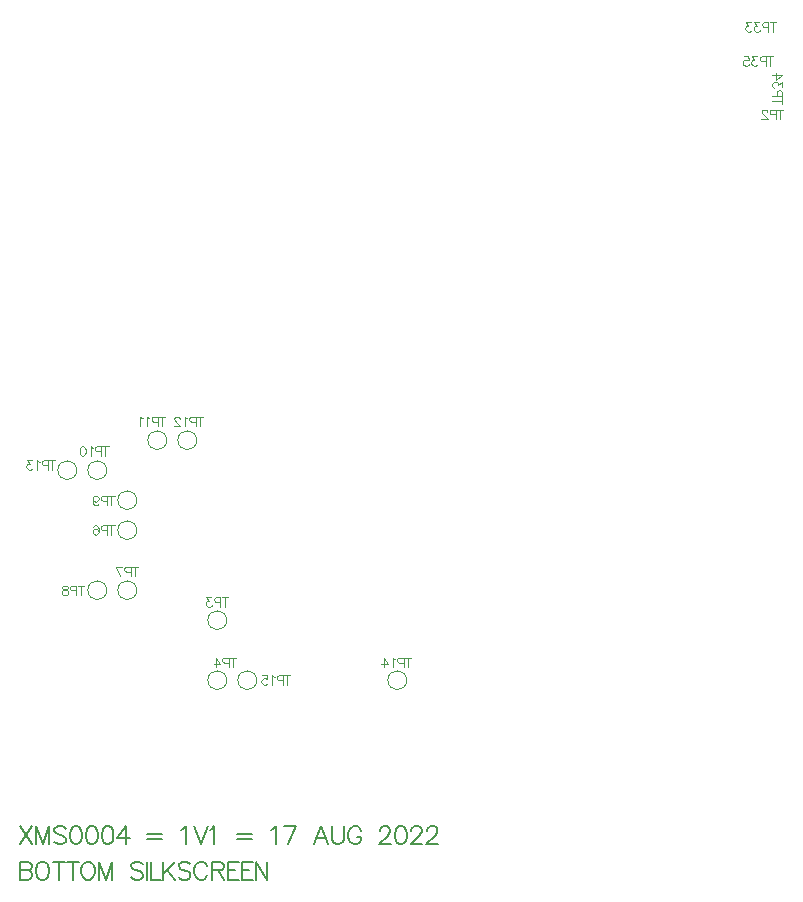
<source format=gbo>
G04*
G04 #@! TF.GenerationSoftware,Altium Limited,Altium Designer,21.9.2 (33)*
G04*
G04 Layer_Color=32896*
%FSAX43Y43*%
%MOMM*%
G71*
G04*
G04 #@! TF.SameCoordinates,8A3C4949-5F79-4682-B659-0E7BAC0626F8*
G04*
G04*
G04 #@! TF.FilePolarity,Positive*
G04*
G01*
G75*
%ADD11C,0.150*%
%ADD12C,0.120*%
D11*
X0220000Y0128500D02*
Y0127000D01*
Y0128500D02*
X0220643D01*
X0220857Y0128428D01*
X0220928Y0128357D01*
X0221000Y0128214D01*
Y0128071D01*
X0220928Y0127928D01*
X0220857Y0127857D01*
X0220643Y0127786D01*
X0220000D02*
X0220643D01*
X0220857Y0127714D01*
X0220928Y0127643D01*
X0221000Y0127500D01*
Y0127286D01*
X0220928Y0127143D01*
X0220857Y0127071D01*
X0220643Y0127000D01*
X0220000D01*
X0221764Y0128500D02*
X0221621Y0128428D01*
X0221478Y0128285D01*
X0221407Y0128143D01*
X0221335Y0127928D01*
Y0127571D01*
X0221407Y0127357D01*
X0221478Y0127214D01*
X0221621Y0127071D01*
X0221764Y0127000D01*
X0222050D01*
X0222192Y0127071D01*
X0222335Y0127214D01*
X0222407Y0127357D01*
X0222478Y0127571D01*
Y0127928D01*
X0222407Y0128143D01*
X0222335Y0128285D01*
X0222192Y0128428D01*
X0222050Y0128500D01*
X0221764D01*
X0223328D02*
Y0127000D01*
X0222828Y0128500D02*
X0223828D01*
X0224506D02*
Y0127000D01*
X0224006Y0128500D02*
X0225006D01*
X0225613D02*
X0225470Y0128428D01*
X0225327Y0128285D01*
X0225256Y0128143D01*
X0225185Y0127928D01*
Y0127571D01*
X0225256Y0127357D01*
X0225327Y0127214D01*
X0225470Y0127071D01*
X0225613Y0127000D01*
X0225899D01*
X0226042Y0127071D01*
X0226184Y0127214D01*
X0226256Y0127357D01*
X0226327Y0127571D01*
Y0127928D01*
X0226256Y0128143D01*
X0226184Y0128285D01*
X0226042Y0128428D01*
X0225899Y0128500D01*
X0225613D01*
X0226677D02*
Y0127000D01*
Y0128500D02*
X0227248Y0127000D01*
X0227820Y0128500D02*
X0227248Y0127000D01*
X0227820Y0128500D02*
Y0127000D01*
X0230426Y0128285D02*
X0230284Y0128428D01*
X0230069Y0128500D01*
X0229784D01*
X0229569Y0128428D01*
X0229427Y0128285D01*
Y0128143D01*
X0229498Y0128000D01*
X0229569Y0127928D01*
X0229712Y0127857D01*
X0230141Y0127714D01*
X0230284Y0127643D01*
X0230355Y0127571D01*
X0230426Y0127428D01*
Y0127214D01*
X0230284Y0127071D01*
X0230069Y0127000D01*
X0229784D01*
X0229569Y0127071D01*
X0229427Y0127214D01*
X0230762Y0128500D02*
Y0127000D01*
X0231076Y0128500D02*
Y0127000D01*
X0231933D01*
X0232097Y0128500D02*
Y0127000D01*
X0233097Y0128500D02*
X0232097Y0127500D01*
X0232454Y0127857D02*
X0233097Y0127000D01*
X0234433Y0128285D02*
X0234290Y0128428D01*
X0234076Y0128500D01*
X0233790D01*
X0233576Y0128428D01*
X0233433Y0128285D01*
Y0128143D01*
X0233504Y0128000D01*
X0233576Y0127928D01*
X0233718Y0127857D01*
X0234147Y0127714D01*
X0234290Y0127643D01*
X0234361Y0127571D01*
X0234433Y0127428D01*
Y0127214D01*
X0234290Y0127071D01*
X0234076Y0127000D01*
X0233790D01*
X0233576Y0127071D01*
X0233433Y0127214D01*
X0235839Y0128143D02*
X0235768Y0128285D01*
X0235625Y0128428D01*
X0235482Y0128500D01*
X0235197D01*
X0235054Y0128428D01*
X0234911Y0128285D01*
X0234840Y0128143D01*
X0234768Y0127928D01*
Y0127571D01*
X0234840Y0127357D01*
X0234911Y0127214D01*
X0235054Y0127071D01*
X0235197Y0127000D01*
X0235482D01*
X0235625Y0127071D01*
X0235768Y0127214D01*
X0235839Y0127357D01*
X0236261Y0128500D02*
Y0127000D01*
Y0128500D02*
X0236904D01*
X0237118Y0128428D01*
X0237189Y0128357D01*
X0237261Y0128214D01*
Y0128071D01*
X0237189Y0127928D01*
X0237118Y0127857D01*
X0236904Y0127786D01*
X0236261D01*
X0236761D02*
X0237261Y0127000D01*
X0238525Y0128500D02*
X0237596D01*
Y0127000D01*
X0238525D01*
X0237596Y0127786D02*
X0238168D01*
X0239703Y0128500D02*
X0238775D01*
Y0127000D01*
X0239703D01*
X0238775Y0127786D02*
X0239346D01*
X0239953Y0128500D02*
Y0127000D01*
Y0128500D02*
X0240953Y0127000D01*
Y0128500D02*
Y0127000D01*
X0220000Y0131500D02*
X0221000Y0130000D01*
Y0131500D02*
X0220000Y0130000D01*
X0221335Y0131500D02*
Y0130000D01*
Y0131500D02*
X0221907Y0130000D01*
X0222478Y0131500D02*
X0221907Y0130000D01*
X0222478Y0131500D02*
Y0130000D01*
X0223906Y0131285D02*
X0223763Y0131428D01*
X0223549Y0131500D01*
X0223264D01*
X0223049Y0131428D01*
X0222907Y0131285D01*
Y0131143D01*
X0222978Y0131000D01*
X0223049Y0130928D01*
X0223192Y0130857D01*
X0223621Y0130714D01*
X0223763Y0130643D01*
X0223835Y0130571D01*
X0223906Y0130428D01*
Y0130214D01*
X0223763Y0130071D01*
X0223549Y0130000D01*
X0223264D01*
X0223049Y0130071D01*
X0222907Y0130214D01*
X0224670Y0131500D02*
X0224456Y0131428D01*
X0224313Y0131214D01*
X0224242Y0130857D01*
Y0130643D01*
X0224313Y0130286D01*
X0224456Y0130071D01*
X0224670Y0130000D01*
X0224813D01*
X0225027Y0130071D01*
X0225170Y0130286D01*
X0225242Y0130643D01*
Y0130857D01*
X0225170Y0131214D01*
X0225027Y0131428D01*
X0224813Y0131500D01*
X0224670D01*
X0226006D02*
X0225792Y0131428D01*
X0225649Y0131214D01*
X0225577Y0130857D01*
Y0130643D01*
X0225649Y0130286D01*
X0225792Y0130071D01*
X0226006Y0130000D01*
X0226149D01*
X0226363Y0130071D01*
X0226506Y0130286D01*
X0226577Y0130643D01*
Y0130857D01*
X0226506Y0131214D01*
X0226363Y0131428D01*
X0226149Y0131500D01*
X0226006D01*
X0227341D02*
X0227127Y0131428D01*
X0226984Y0131214D01*
X0226913Y0130857D01*
Y0130643D01*
X0226984Y0130286D01*
X0227127Y0130071D01*
X0227341Y0130000D01*
X0227484D01*
X0227698Y0130071D01*
X0227841Y0130286D01*
X0227913Y0130643D01*
Y0130857D01*
X0227841Y0131214D01*
X0227698Y0131428D01*
X0227484Y0131500D01*
X0227341D01*
X0228962D02*
X0228248Y0130500D01*
X0229319D01*
X0228962Y0131500D02*
Y0130000D01*
X0230762Y0130857D02*
X0232047D01*
X0230762Y0130428D02*
X0232047D01*
X0233669Y0131214D02*
X0233811Y0131285D01*
X0234026Y0131500D01*
Y0130000D01*
X0234768Y0131500D02*
X0235340Y0130000D01*
X0235911Y0131500D02*
X0235340Y0130000D01*
X0236104Y0131214D02*
X0236247Y0131285D01*
X0236461Y0131500D01*
Y0130000D01*
X0238382Y0130857D02*
X0239667D01*
X0238382Y0130428D02*
X0239667D01*
X0241288Y0131214D02*
X0241431Y0131285D01*
X0241645Y0131500D01*
Y0130000D01*
X0243388Y0131500D02*
X0242674Y0130000D01*
X0242388Y0131500D02*
X0243388D01*
X0246044Y0130000D02*
X0245473Y0131500D01*
X0244902Y0130000D01*
X0245116Y0130500D02*
X0245830D01*
X0246394Y0131500D02*
Y0130428D01*
X0246466Y0130214D01*
X0246609Y0130071D01*
X0246823Y0130000D01*
X0246966D01*
X0247180Y0130071D01*
X0247323Y0130214D01*
X0247394Y0130428D01*
Y0131500D01*
X0248880Y0131143D02*
X0248808Y0131285D01*
X0248665Y0131428D01*
X0248522Y0131500D01*
X0248237D01*
X0248094Y0131428D01*
X0247951Y0131285D01*
X0247880Y0131143D01*
X0247808Y0130928D01*
Y0130571D01*
X0247880Y0130357D01*
X0247951Y0130214D01*
X0248094Y0130071D01*
X0248237Y0130000D01*
X0248522D01*
X0248665Y0130071D01*
X0248808Y0130214D01*
X0248880Y0130357D01*
Y0130571D01*
X0248522D02*
X0248880D01*
X0250472Y0131143D02*
Y0131214D01*
X0250543Y0131357D01*
X0250615Y0131428D01*
X0250758Y0131500D01*
X0251043D01*
X0251186Y0131428D01*
X0251258Y0131357D01*
X0251329Y0131214D01*
Y0131071D01*
X0251258Y0130928D01*
X0251115Y0130714D01*
X0250401Y0130000D01*
X0251400D01*
X0252165Y0131500D02*
X0251950Y0131428D01*
X0251807Y0131214D01*
X0251736Y0130857D01*
Y0130643D01*
X0251807Y0130286D01*
X0251950Y0130071D01*
X0252165Y0130000D01*
X0252307D01*
X0252522Y0130071D01*
X0252664Y0130286D01*
X0252736Y0130643D01*
Y0130857D01*
X0252664Y0131214D01*
X0252522Y0131428D01*
X0252307Y0131500D01*
X0252165D01*
X0253143Y0131143D02*
Y0131214D01*
X0253214Y0131357D01*
X0253286Y0131428D01*
X0253429Y0131500D01*
X0253714D01*
X0253857Y0131428D01*
X0253928Y0131357D01*
X0254000Y0131214D01*
Y0131071D01*
X0253928Y0130928D01*
X0253786Y0130714D01*
X0253071Y0130000D01*
X0254071D01*
X0254478Y0131143D02*
Y0131214D01*
X0254550Y0131357D01*
X0254621Y0131428D01*
X0254764Y0131500D01*
X0255050D01*
X0255192Y0131428D01*
X0255264Y0131357D01*
X0255335Y0131214D01*
Y0131071D01*
X0255264Y0130928D01*
X0255121Y0130714D01*
X0254407Y0130000D01*
X0255407D01*
D12*
X0240040Y0143880D02*
G03*
X0240040Y0143880I-0000800J0000000D01*
G01*
X0237500Y0148960D02*
G03*
X0237500Y0148960I-0000800J0000000D01*
G01*
Y0143880D02*
G03*
X0237500Y0143880I-0000800J0000000D01*
G01*
X0229880Y0156580D02*
G03*
X0229880Y0156580I-0000800J0000000D01*
G01*
Y0151500D02*
G03*
X0229880Y0151500I-0000800J0000000D01*
G01*
X0227340D02*
G03*
X0227340Y0151500I-0000800J0000000D01*
G01*
X0229880Y0159120D02*
G03*
X0229880Y0159120I-0000800J0000000D01*
G01*
X0227340Y0161660D02*
G03*
X0227340Y0161660I-0000800J0000000D01*
G01*
X0232420Y0164200D02*
G03*
X0232420Y0164200I-0000800J0000000D01*
G01*
X0234960D02*
G03*
X0234960Y0164200I-0000800J0000000D01*
G01*
X0224800Y0161660D02*
G03*
X0224800Y0161660I-0000800J0000000D01*
G01*
X0252740Y0143880D02*
G03*
X0252740Y0143880I-0000800J0000000D01*
G01*
X0242633Y0144300D02*
Y0143500D01*
X0242900Y0144300D02*
X0242367D01*
X0242272Y0143881D02*
X0241929D01*
X0241814Y0143919D01*
X0241776Y0143957D01*
X0241738Y0144033D01*
Y0144147D01*
X0241776Y0144224D01*
X0241814Y0144262D01*
X0241929Y0144300D01*
X0242272D01*
Y0143500D01*
X0241559Y0144147D02*
X0241483Y0144186D01*
X0241369Y0144300D01*
Y0143500D01*
X0240516Y0144300D02*
X0240897D01*
X0240935Y0143957D01*
X0240897Y0143995D01*
X0240782Y0144033D01*
X0240668D01*
X0240554Y0143995D01*
X0240478Y0143919D01*
X0240440Y0143805D01*
Y0143729D01*
X0240478Y0143614D01*
X0240554Y0143538D01*
X0240668Y0143500D01*
X0240782D01*
X0240897Y0143538D01*
X0240935Y0143576D01*
X0240973Y0143652D01*
X0284370Y0192200D02*
Y0191400D01*
X0284637Y0192200D02*
X0284104D01*
X0284009Y0191781D02*
X0283666D01*
X0283551Y0191819D01*
X0283513Y0191857D01*
X0283475Y0191933D01*
Y0192048D01*
X0283513Y0192124D01*
X0283551Y0192162D01*
X0283666Y0192200D01*
X0284009D01*
Y0191400D01*
X0283258Y0192009D02*
Y0192048D01*
X0283220Y0192124D01*
X0283182Y0192162D01*
X0283106Y0192200D01*
X0282953D01*
X0282877Y0192162D01*
X0282839Y0192124D01*
X0282801Y0192048D01*
Y0191971D01*
X0282839Y0191895D01*
X0282915Y0191781D01*
X0283296Y0191400D01*
X0282763D01*
X0237333Y0150900D02*
Y0150100D01*
X0237600Y0150900D02*
X0237067D01*
X0236972Y0150481D02*
X0236629D01*
X0236514Y0150519D01*
X0236476Y0150557D01*
X0236438Y0150633D01*
Y0150747D01*
X0236476Y0150824D01*
X0236514Y0150862D01*
X0236629Y0150900D01*
X0236972D01*
Y0150100D01*
X0236183Y0150900D02*
X0235764D01*
X0235993Y0150595D01*
X0235878D01*
X0235802Y0150557D01*
X0235764Y0150519D01*
X0235726Y0150405D01*
Y0150329D01*
X0235764Y0150214D01*
X0235840Y0150138D01*
X0235955Y0150100D01*
X0236069D01*
X0236183Y0150138D01*
X0236221Y0150176D01*
X0236259Y0150252D01*
X0238033Y0145800D02*
Y0145000D01*
X0238300Y0145800D02*
X0237767D01*
X0237672Y0145381D02*
X0237329D01*
X0237214Y0145419D01*
X0237176Y0145457D01*
X0237138Y0145533D01*
Y0145647D01*
X0237176Y0145724D01*
X0237214Y0145762D01*
X0237329Y0145800D01*
X0237672D01*
Y0145000D01*
X0236578Y0145800D02*
X0236959Y0145267D01*
X0236388D01*
X0236578Y0145800D02*
Y0145000D01*
X0227733Y0157000D02*
Y0156200D01*
X0228000Y0157000D02*
X0227467D01*
X0227372Y0156581D02*
X0227029D01*
X0226914Y0156619D01*
X0226876Y0156657D01*
X0226838Y0156733D01*
Y0156847D01*
X0226876Y0156924D01*
X0226914Y0156962D01*
X0227029Y0157000D01*
X0227372D01*
Y0156200D01*
X0226202Y0156886D02*
X0226240Y0156962D01*
X0226355Y0157000D01*
X0226431D01*
X0226545Y0156962D01*
X0226621Y0156847D01*
X0226659Y0156657D01*
Y0156467D01*
X0226621Y0156314D01*
X0226545Y0156238D01*
X0226431Y0156200D01*
X0226393D01*
X0226278Y0156238D01*
X0226202Y0156314D01*
X0226164Y0156429D01*
Y0156467D01*
X0226202Y0156581D01*
X0226278Y0156657D01*
X0226393Y0156695D01*
X0226431D01*
X0226545Y0156657D01*
X0226621Y0156581D01*
X0226659Y0156467D01*
X0229733Y0153500D02*
Y0152700D01*
X0230000Y0153500D02*
X0229467D01*
X0229372Y0153081D02*
X0229029D01*
X0228915Y0153119D01*
X0228876Y0153157D01*
X0228838Y0153233D01*
Y0153347D01*
X0228876Y0153424D01*
X0228915Y0153462D01*
X0229029Y0153500D01*
X0229372D01*
Y0152700D01*
X0228126Y0153500D02*
X0228507Y0152700D01*
X0228659Y0153500D02*
X0228126D01*
X0225133Y0151900D02*
Y0151100D01*
X0225400Y0151900D02*
X0224867D01*
X0224772Y0151481D02*
X0224429D01*
X0224314Y0151519D01*
X0224276Y0151557D01*
X0224238Y0151633D01*
Y0151747D01*
X0224276Y0151824D01*
X0224314Y0151862D01*
X0224429Y0151900D01*
X0224772D01*
Y0151100D01*
X0223869Y0151900D02*
X0223983Y0151862D01*
X0224021Y0151786D01*
Y0151709D01*
X0223983Y0151633D01*
X0223907Y0151595D01*
X0223755Y0151557D01*
X0223640Y0151519D01*
X0223564Y0151443D01*
X0223526Y0151367D01*
Y0151252D01*
X0223564Y0151176D01*
X0223602Y0151138D01*
X0223717Y0151100D01*
X0223869D01*
X0223983Y0151138D01*
X0224021Y0151176D01*
X0224059Y0151252D01*
Y0151367D01*
X0224021Y0151443D01*
X0223945Y0151519D01*
X0223831Y0151557D01*
X0223678Y0151595D01*
X0223602Y0151633D01*
X0223564Y0151709D01*
Y0151786D01*
X0223602Y0151862D01*
X0223717Y0151900D01*
X0223869D01*
X0227733Y0159500D02*
Y0158700D01*
X0228000Y0159500D02*
X0227467D01*
X0227372Y0159081D02*
X0227029D01*
X0226914Y0159119D01*
X0226876Y0159157D01*
X0226838Y0159233D01*
Y0159347D01*
X0226876Y0159424D01*
X0226914Y0159462D01*
X0227029Y0159500D01*
X0227372D01*
Y0158700D01*
X0226164Y0159233D02*
X0226202Y0159119D01*
X0226278Y0159043D01*
X0226393Y0159005D01*
X0226431D01*
X0226545Y0159043D01*
X0226621Y0159119D01*
X0226659Y0159233D01*
Y0159271D01*
X0226621Y0159386D01*
X0226545Y0159462D01*
X0226431Y0159500D01*
X0226393D01*
X0226278Y0159462D01*
X0226202Y0159386D01*
X0226164Y0159233D01*
Y0159043D01*
X0226202Y0158852D01*
X0226278Y0158738D01*
X0226393Y0158700D01*
X0226469D01*
X0226583Y0158738D01*
X0226621Y0158814D01*
X0227233Y0163700D02*
Y0162900D01*
X0227500Y0163700D02*
X0226967D01*
X0226872Y0163281D02*
X0226529D01*
X0226415Y0163319D01*
X0226376Y0163357D01*
X0226338Y0163433D01*
Y0163547D01*
X0226376Y0163624D01*
X0226415Y0163662D01*
X0226529Y0163700D01*
X0226872D01*
Y0162900D01*
X0226159Y0163547D02*
X0226083Y0163586D01*
X0225969Y0163700D01*
Y0162900D01*
X0225344Y0163700D02*
X0225459Y0163662D01*
X0225535Y0163547D01*
X0225573Y0163357D01*
Y0163243D01*
X0225535Y0163052D01*
X0225459Y0162938D01*
X0225344Y0162900D01*
X0225268D01*
X0225154Y0162938D01*
X0225078Y0163052D01*
X0225040Y0163243D01*
Y0163357D01*
X0225078Y0163547D01*
X0225154Y0163662D01*
X0225268Y0163700D01*
X0225344D01*
X0232033Y0166200D02*
Y0165400D01*
X0232300Y0166200D02*
X0231767D01*
X0231672Y0165781D02*
X0231329D01*
X0231214Y0165819D01*
X0231176Y0165857D01*
X0231138Y0165933D01*
Y0166047D01*
X0231176Y0166124D01*
X0231214Y0166162D01*
X0231329Y0166200D01*
X0231672D01*
Y0165400D01*
X0230959Y0166047D02*
X0230883Y0166086D01*
X0230769Y0166200D01*
Y0165400D01*
X0230373Y0166047D02*
X0230297Y0166086D01*
X0230182Y0166200D01*
Y0165400D01*
X0235233Y0166200D02*
Y0165400D01*
X0235500Y0166200D02*
X0234967D01*
X0234872Y0165781D02*
X0234529D01*
X0234414Y0165819D01*
X0234376Y0165857D01*
X0234338Y0165933D01*
Y0166047D01*
X0234376Y0166124D01*
X0234414Y0166162D01*
X0234529Y0166200D01*
X0234872D01*
Y0165400D01*
X0234159Y0166047D02*
X0234083Y0166086D01*
X0233969Y0166200D01*
Y0165400D01*
X0233535Y0166009D02*
Y0166047D01*
X0233497Y0166124D01*
X0233459Y0166162D01*
X0233382Y0166200D01*
X0233230D01*
X0233154Y0166162D01*
X0233116Y0166124D01*
X0233078Y0166047D01*
Y0165971D01*
X0233116Y0165895D01*
X0233192Y0165781D01*
X0233573Y0165400D01*
X0233040D01*
X0222733Y0162500D02*
Y0161700D01*
X0223000Y0162500D02*
X0222467D01*
X0222372Y0162081D02*
X0222029D01*
X0221914Y0162119D01*
X0221876Y0162157D01*
X0221838Y0162233D01*
Y0162347D01*
X0221876Y0162424D01*
X0221914Y0162462D01*
X0222029Y0162500D01*
X0222372D01*
Y0161700D01*
X0221659Y0162347D02*
X0221583Y0162386D01*
X0221469Y0162500D01*
Y0161700D01*
X0220997Y0162500D02*
X0220578D01*
X0220806Y0162195D01*
X0220692D01*
X0220616Y0162157D01*
X0220578Y0162119D01*
X0220540Y0162005D01*
Y0161929D01*
X0220578Y0161814D01*
X0220654Y0161738D01*
X0220768Y0161700D01*
X0220882D01*
X0220997Y0161738D01*
X0221035Y0161776D01*
X0221073Y0161852D01*
X0252833Y0145800D02*
Y0145000D01*
X0253100Y0145800D02*
X0252567D01*
X0252472Y0145381D02*
X0252129D01*
X0252014Y0145419D01*
X0251976Y0145457D01*
X0251938Y0145533D01*
Y0145647D01*
X0251976Y0145724D01*
X0252014Y0145762D01*
X0252129Y0145800D01*
X0252472D01*
Y0145000D01*
X0251759Y0145647D02*
X0251683Y0145686D01*
X0251569Y0145800D01*
Y0145000D01*
X0250792Y0145800D02*
X0251173Y0145267D01*
X0250601D01*
X0250792Y0145800D02*
Y0145000D01*
X0283726Y0199600D02*
Y0198800D01*
X0283993Y0199600D02*
X0283460D01*
X0283365Y0199181D02*
X0283022D01*
X0282908Y0199219D01*
X0282869Y0199257D01*
X0282831Y0199333D01*
Y0199448D01*
X0282869Y0199524D01*
X0282908Y0199562D01*
X0283022Y0199600D01*
X0283365D01*
Y0198800D01*
X0282576Y0199600D02*
X0282157D01*
X0282386Y0199295D01*
X0282272D01*
X0282195Y0199257D01*
X0282157Y0199219D01*
X0282119Y0199105D01*
Y0199029D01*
X0282157Y0198914D01*
X0282233Y0198838D01*
X0282348Y0198800D01*
X0282462D01*
X0282576Y0198838D01*
X0282614Y0198876D01*
X0282652Y0198952D01*
X0281864Y0199600D02*
X0281445D01*
X0281674Y0199295D01*
X0281559D01*
X0281483Y0199257D01*
X0281445Y0199219D01*
X0281407Y0199105D01*
Y0199029D01*
X0281445Y0198914D01*
X0281521Y0198838D01*
X0281635Y0198800D01*
X0281750D01*
X0281864Y0198838D01*
X0281902Y0198876D01*
X0281940Y0198952D01*
X0284500Y0192955D02*
X0283700D01*
X0284500Y0192688D02*
Y0193221D01*
X0284081Y0193316D02*
Y0193659D01*
X0284119Y0193773D01*
X0284157Y0193811D01*
X0284233Y0193850D01*
X0284348D01*
X0284424Y0193811D01*
X0284462Y0193773D01*
X0284500Y0193659D01*
Y0193316D01*
X0283700D01*
X0284500Y0194105D02*
Y0194524D01*
X0284195Y0194295D01*
Y0194409D01*
X0284157Y0194486D01*
X0284119Y0194524D01*
X0284005Y0194562D01*
X0283929D01*
X0283814Y0194524D01*
X0283738Y0194448D01*
X0283700Y0194333D01*
Y0194219D01*
X0283738Y0194105D01*
X0283776Y0194067D01*
X0283852Y0194029D01*
X0284500Y0195122D02*
X0283967Y0194741D01*
Y0195312D01*
X0284500Y0195122D02*
X0283700D01*
X0283526Y0196700D02*
Y0195900D01*
X0283793Y0196700D02*
X0283260D01*
X0283165Y0196281D02*
X0282822D01*
X0282708Y0196319D01*
X0282669Y0196357D01*
X0282631Y0196433D01*
Y0196548D01*
X0282669Y0196624D01*
X0282708Y0196662D01*
X0282822Y0196700D01*
X0283165D01*
Y0195900D01*
X0282376Y0196700D02*
X0281957D01*
X0282186Y0196395D01*
X0282072D01*
X0281995Y0196357D01*
X0281957Y0196319D01*
X0281919Y0196205D01*
Y0196129D01*
X0281957Y0196014D01*
X0282033Y0195938D01*
X0282148Y0195900D01*
X0282262D01*
X0282376Y0195938D01*
X0282414Y0195976D01*
X0282452Y0196052D01*
X0281283Y0196700D02*
X0281664D01*
X0281702Y0196357D01*
X0281664Y0196395D01*
X0281550Y0196433D01*
X0281435D01*
X0281321Y0196395D01*
X0281245Y0196319D01*
X0281207Y0196205D01*
Y0196129D01*
X0281245Y0196014D01*
X0281321Y0195938D01*
X0281435Y0195900D01*
X0281550D01*
X0281664Y0195938D01*
X0281702Y0195976D01*
X0281740Y0196052D01*
M02*

</source>
